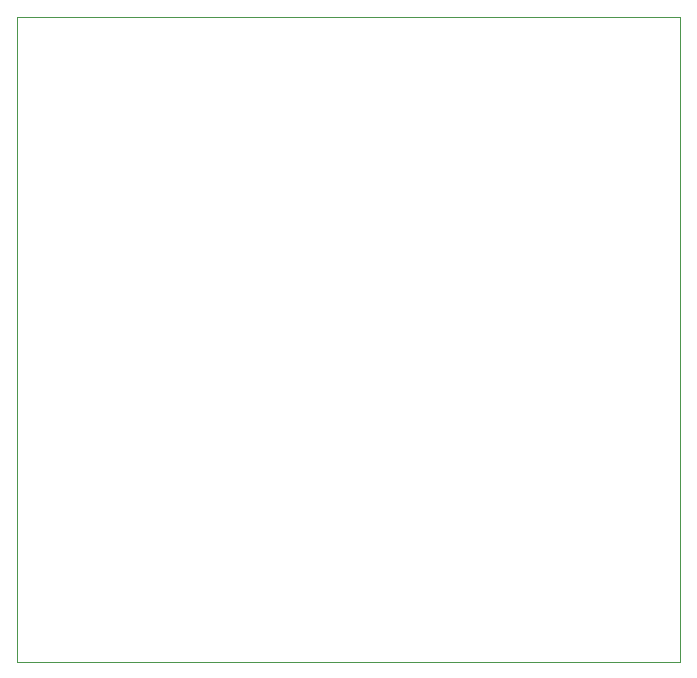
<source format=gbr>
%TF.GenerationSoftware,KiCad,Pcbnew,8.0.7*%
%TF.CreationDate,2025-02-20T01:00:11-06:00*%
%TF.ProjectId,PLCC-84-Test-Socket-Adapter,504c4343-2d38-4342-9d54-6573742d536f,v1.0*%
%TF.SameCoordinates,Original*%
%TF.FileFunction,Profile,NP*%
%FSLAX46Y46*%
G04 Gerber Fmt 4.6, Leading zero omitted, Abs format (unit mm)*
G04 Created by KiCad (PCBNEW 8.0.7) date 2025-02-20 01:00:11*
%MOMM*%
%LPD*%
G01*
G04 APERTURE LIST*
%TA.AperFunction,Profile*%
%ADD10C,0.050000*%
%TD*%
G04 APERTURE END LIST*
D10*
X188087000Y-121285000D02*
X131953000Y-121285000D01*
X131953000Y-66675000D02*
X188087000Y-66675000D01*
X131953000Y-121285000D02*
X131953000Y-66675000D01*
X188087000Y-66675000D02*
X188087000Y-121285000D01*
M02*

</source>
